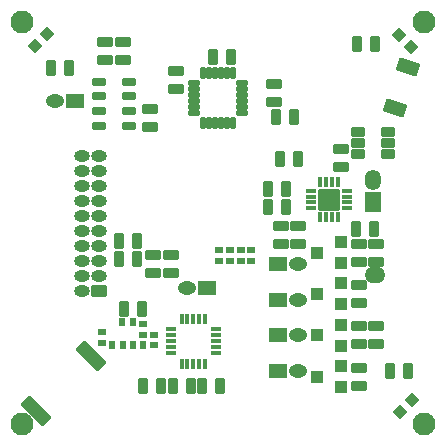
<source format=gts>
%TF.GenerationSoftware,KiCad,Pcbnew,6.0.2-378541a8eb~116~ubuntu20.04.1*%
%TF.CreationDate,2022-03-13T20:33:59-06:00*%
%TF.ProjectId,Crazyflie contol board,4372617a-7966-46c6-9965-20636f6e746f,F*%
%TF.SameCoordinates,Original*%
%TF.FileFunction,Soldermask,Top*%
%TF.FilePolarity,Negative*%
%FSLAX46Y46*%
G04 Gerber Fmt 4.6, Leading zero omitted, Abs format (unit mm)*
G04 Created by KiCad (PCBNEW 6.0.2-378541a8eb~116~ubuntu20.04.1) date 2022-03-13 20:33:59*
%MOMM*%
%LPD*%
G01*
G04 APERTURE LIST*
G04 Aperture macros list*
%AMRoundRect*
0 Rectangle with rounded corners*
0 $1 Rounding radius*
0 $2 $3 $4 $5 $6 $7 $8 $9 X,Y pos of 4 corners*
0 Add a 4 corners polygon primitive as box body*
4,1,4,$2,$3,$4,$5,$6,$7,$8,$9,$2,$3,0*
0 Add four circle primitives for the rounded corners*
1,1,$1+$1,$2,$3*
1,1,$1+$1,$4,$5*
1,1,$1+$1,$6,$7*
1,1,$1+$1,$8,$9*
0 Add four rect primitives between the rounded corners*
20,1,$1+$1,$2,$3,$4,$5,0*
20,1,$1+$1,$4,$5,$6,$7,0*
20,1,$1+$1,$6,$7,$8,$9,0*
20,1,$1+$1,$8,$9,$2,$3,0*%
G04 Aperture macros list end*
%ADD10RoundRect,0.071120X-0.457200X0.457200X-0.457200X-0.457200X0.457200X-0.457200X0.457200X0.457200X0*%
%ADD11RoundRect,0.071120X-0.500380X0.350520X-0.500380X-0.350520X0.500380X-0.350520X0.500380X0.350520X0*%
%ADD12RoundRect,0.071120X0.571500X-0.317500X0.571500X0.317500X-0.571500X0.317500X-0.571500X-0.317500X0*%
%ADD13RoundRect,0.071120X-0.299720X0.199390X-0.299720X-0.199390X0.299720X-0.199390X0.299720X0.199390X0*%
%ADD14RoundRect,0.071120X0.299720X-0.199390X0.299720X0.199390X-0.299720X0.199390X-0.299720X-0.199390X0*%
%ADD15RoundRect,0.071120X-0.199390X-0.299720X0.199390X-0.299720X0.199390X0.299720X-0.199390X0.299720X0*%
%ADD16RoundRect,0.071120X0.317500X0.571500X-0.317500X0.571500X-0.317500X-0.571500X0.317500X-0.571500X0*%
%ADD17RoundRect,0.071120X0.199390X0.299720X-0.199390X0.299720X-0.199390X-0.299720X0.199390X-0.299720X0*%
%ADD18RoundRect,0.071120X-0.317500X-0.571500X0.317500X-0.571500X0.317500X0.571500X-0.317500X0.571500X0*%
%ADD19RoundRect,0.071120X-0.571500X0.317500X-0.571500X-0.317500X0.571500X-0.317500X0.571500X0.317500X0*%
%ADD20O,0.942340X0.391160*%
%ADD21O,0.391160X0.942340*%
%ADD22C,0.523240*%
%ADD23RoundRect,0.071120X0.849630X-0.849630X0.849630X0.849630X-0.849630X0.849630X-0.849630X-0.849630X0*%
%ADD24RoundRect,0.071120X0.000000X0.563960X-0.563960X0.000000X0.000000X-0.563960X0.563960X0.000000X0*%
%ADD25RoundRect,0.071120X0.563960X0.000000X0.000000X0.563960X-0.563960X0.000000X0.000000X-0.563960X0*%
%ADD26RoundRect,0.071120X0.000000X-0.563960X0.563960X0.000000X0.000000X0.563960X-0.563960X0.000000X0*%
%ADD27RoundRect,0.071120X0.599440X-0.400050X0.599440X0.400050X-0.599440X0.400050X-0.599440X-0.400050X0*%
%ADD28O,1.341120X0.942340*%
%ADD29RoundRect,0.071120X0.699770X-0.500380X0.699770X0.500380X-0.699770X0.500380X-0.699770X-0.500380X0*%
%ADD30O,1.541780X1.143000*%
%ADD31C,1.943100*%
%ADD32RoundRect,0.071120X-1.237479X0.529835X0.529835X-1.237479X1.237479X-0.529835X-0.529835X1.237479X0*%
%ADD33RoundRect,0.071120X0.599440X-0.800100X0.599440X0.800100X-0.599440X0.800100X-0.599440X-0.800100X0*%
%ADD34O,1.341120X1.742440*%
%ADD35RoundRect,0.071120X0.962672X0.213340X-0.653420X0.738440X-0.962672X-0.213340X0.653420X-0.738440X0*%
%ADD36RoundRect,0.071120X0.500380X-0.250190X0.500380X0.250190X-0.500380X0.250190X-0.500380X-0.250190X0*%
%ADD37RoundRect,0.071120X0.175260X-0.425450X0.175260X0.425450X-0.175260X0.425450X-0.175260X-0.425450X0*%
%ADD38RoundRect,0.071120X0.425450X0.175260X-0.425450X0.175260X-0.425450X-0.175260X0.425450X-0.175260X0*%
%ADD39O,1.742440X1.341120*%
G04 APERTURE END LIST*
D10*
%TO.C,Q1*%
X147985480Y-103502460D03*
X150017480Y-104391460D03*
X150017480Y-102613460D03*
%TD*%
%TO.C,Q2*%
X147985480Y-107002580D03*
X150017480Y-107891580D03*
X150017480Y-106113580D03*
%TD*%
%TO.C,Q3*%
X147985480Y-110502700D03*
X150017480Y-111391700D03*
X150017480Y-109613700D03*
%TD*%
%TO.C,Q4*%
X147985480Y-114002820D03*
X150017480Y-114891820D03*
X150017480Y-113113820D03*
%TD*%
D11*
%TO.C,U10*%
X151429720Y-93251020D03*
X151429720Y-94203520D03*
X151429720Y-95156020D03*
X153969720Y-95156020D03*
X153969720Y-94203520D03*
X153969720Y-93251020D03*
%TD*%
D12*
%TO.C,C34*%
X152999440Y-111264700D03*
X152999440Y-109740700D03*
%TD*%
D13*
%TO.C,L3*%
X133200140Y-109552740D03*
X133200140Y-110451900D03*
%TD*%
D14*
%TO.C,L2*%
X134200900Y-111353600D03*
X134200900Y-110454440D03*
%TD*%
D15*
%TO.C,L1*%
X132349240Y-111302800D03*
X133248400Y-111302800D03*
%TD*%
%TO.C,C9*%
X130649980Y-111302800D03*
X131549140Y-111302800D03*
%TD*%
D14*
%TO.C,C10*%
X129799080Y-111152940D03*
X129799080Y-110253780D03*
%TD*%
D16*
%TO.C,C11*%
X133162040Y-108303060D03*
X131638040Y-108303060D03*
%TD*%
D17*
%TO.C,C12*%
X132349240Y-109402880D03*
X131450080Y-109402880D03*
%TD*%
D16*
%TO.C,C13*%
X137261600Y-114802920D03*
X135737600Y-114802920D03*
%TD*%
D18*
%TO.C,C15*%
X138236960Y-114802920D03*
X139760960Y-114802920D03*
%TD*%
%TO.C,C16*%
X144538700Y-92003880D03*
X146062700Y-92003880D03*
%TD*%
D12*
%TO.C,C17*%
X135999220Y-89664540D03*
X135999220Y-88140540D03*
%TD*%
%TO.C,C18*%
X144299940Y-90764360D03*
X144299940Y-89240360D03*
%TD*%
D16*
%TO.C,C20*%
X140662660Y-86903560D03*
X139138660Y-86903560D03*
%TD*%
D19*
%TO.C,R14*%
X131500880Y-85641180D03*
X131500880Y-87165180D03*
%TD*%
%TO.C,R13*%
X129999740Y-85641180D03*
X129999740Y-87165180D03*
%TD*%
D16*
%TO.C,R22*%
X155661360Y-113502440D03*
X154137360Y-113502440D03*
%TD*%
%TO.C,R26*%
X152760680Y-101503480D03*
X151236680Y-101503480D03*
%TD*%
D12*
%TO.C,R27*%
X152999440Y-104264460D03*
X152999440Y-102740460D03*
%TD*%
D16*
%TO.C,R9*%
X132760720Y-104002840D03*
X131236720Y-104002840D03*
%TD*%
%TO.C,R8*%
X132760720Y-102504240D03*
X131236720Y-102504240D03*
%TD*%
D18*
%TO.C,R5*%
X125437900Y-87904320D03*
X126961900Y-87904320D03*
%TD*%
D12*
%TO.C,R4*%
X151500840Y-114764820D03*
X151500840Y-113240820D03*
%TD*%
%TO.C,R3*%
X151500840Y-111264700D03*
X151500840Y-109740700D03*
%TD*%
%TO.C,R2*%
X151500840Y-107764580D03*
X151500840Y-106240580D03*
%TD*%
%TO.C,R1*%
X151500840Y-104264460D03*
X151500840Y-102740460D03*
%TD*%
D20*
%TO.C,U2*%
X139400280Y-112003840D03*
X139397740Y-111500920D03*
X139397740Y-111000540D03*
X139397740Y-110502700D03*
X139397740Y-110002320D03*
D21*
X138498580Y-109103160D03*
X137998200Y-109103160D03*
X137497820Y-109103160D03*
X136997440Y-109103160D03*
X136499600Y-109103160D03*
D20*
X135600440Y-110002320D03*
X135600440Y-110502700D03*
X135600440Y-111005620D03*
X135600440Y-111503460D03*
X135600440Y-112006380D03*
D21*
X136499600Y-112903000D03*
X136999980Y-112903000D03*
X137500360Y-112903000D03*
X138000740Y-112903000D03*
X138501120Y-112903000D03*
%TD*%
D20*
%TO.C,U8*%
X150500080Y-99755960D03*
X150500080Y-99253040D03*
X150500080Y-98755200D03*
X150500080Y-98254820D03*
D21*
X149748240Y-97502980D03*
X149247860Y-97502980D03*
X148747480Y-97502980D03*
X148249640Y-97502980D03*
D20*
X147497800Y-98257360D03*
X147497800Y-98755200D03*
X147497800Y-99255580D03*
X147497800Y-99755960D03*
D21*
X148249640Y-100505260D03*
X148747480Y-100505260D03*
X149247860Y-100505260D03*
X149748240Y-100505260D03*
D22*
X149499320Y-99504500D03*
X148498560Y-98503740D03*
D23*
X148998940Y-99004120D03*
D22*
X148498560Y-99504500D03*
X149499320Y-98503740D03*
X148998940Y-99004120D03*
%TD*%
D24*
%TO.C,D7*%
X156028635Y-115972345D03*
X154968965Y-117032015D03*
%TD*%
D25*
%TO.C,D6*%
X155929575Y-86132915D03*
X154869905Y-85073245D03*
%TD*%
D26*
%TO.C,D5*%
X124069865Y-86033855D03*
X125129535Y-84974185D03*
%TD*%
D19*
%TO.C,R31*%
X149999700Y-94742000D03*
X149999700Y-96266000D03*
%TD*%
D12*
%TO.C,R24*%
X144899380Y-102765860D03*
X144899380Y-101241860D03*
%TD*%
D16*
%TO.C,R12*%
X134762240Y-114802920D03*
X133238240Y-114802920D03*
%TD*%
D19*
%TO.C,R11*%
X134099300Y-103741220D03*
X134099300Y-105265220D03*
%TD*%
D27*
%TO.C,P6*%
X129534920Y-106718100D03*
D28*
X128066800Y-106718100D03*
X129534920Y-105448100D03*
X128066800Y-105448100D03*
X129534920Y-104178100D03*
X128066800Y-104178100D03*
X129534920Y-102908100D03*
X128066800Y-102908100D03*
X129534920Y-101638100D03*
X128066800Y-101638100D03*
X129534920Y-100368100D03*
X128066800Y-100368100D03*
X129534920Y-99098100D03*
X128066800Y-99098100D03*
X129534920Y-97828100D03*
X128066800Y-97828100D03*
X129534920Y-96558100D03*
X128066800Y-96558100D03*
X129534920Y-95288100D03*
X128066800Y-95288100D03*
%TD*%
D29*
%TO.C,P5*%
X138635740Y-106502200D03*
D30*
X136964420Y-106502200D03*
%TD*%
D19*
%TO.C,R10*%
X135600440Y-103741220D03*
X135600440Y-105265220D03*
%TD*%
D16*
%TO.C,C33*%
X145361660Y-99603560D03*
X143837660Y-99603560D03*
%TD*%
D31*
%TO.C,PCB_EDGE2*%
X156999940Y-84002880D03*
%TD*%
D18*
%TO.C,R6*%
X151338280Y-85803740D03*
X152862280Y-85803740D03*
%TD*%
D12*
%TO.C,R25*%
X146400520Y-102765860D03*
X146400520Y-101241860D03*
%TD*%
D32*
%TO.C,Y1*%
X128832691Y-112269189D03*
X124166549Y-116935331D03*
%TD*%
D29*
%TO.C,P8*%
X127436880Y-90700860D03*
D30*
X125765560Y-90700860D03*
%TD*%
D33*
%TO.C,BT1*%
X152699720Y-99250500D03*
D34*
X152699720Y-97350580D03*
%TD*%
D18*
%TO.C,R36*%
X143837660Y-98102420D03*
X145361660Y-98102420D03*
%TD*%
%TO.C,R37*%
X144838420Y-95603060D03*
X146362420Y-95603060D03*
%TD*%
D35*
%TO.C,SW1*%
X154543524Y-91214700D03*
X155656516Y-87789260D03*
%TD*%
D19*
%TO.C,C24*%
X133799580Y-91340940D03*
X133799580Y-92864940D03*
%TD*%
D36*
%TO.C,U5*%
X129550160Y-89029540D03*
X129550160Y-90279220D03*
X129550160Y-91528900D03*
X129550160Y-92778580D03*
X132049520Y-92778580D03*
X132049520Y-91528900D03*
X132059680Y-90279220D03*
X132049520Y-89029540D03*
%TD*%
D31*
%TO.C,PCB_EDGE1*%
X122999500Y-84002880D03*
%TD*%
D13*
%TO.C,R39*%
X142400020Y-103299260D03*
X142400020Y-104198420D03*
%TD*%
%TO.C,R40*%
X141500860Y-103299260D03*
X141500860Y-104198420D03*
%TD*%
%TO.C,R41*%
X140599160Y-103299260D03*
X140599160Y-104198420D03*
%TD*%
%TO.C,R42*%
X139700000Y-103299260D03*
X139700000Y-104198420D03*
%TD*%
D31*
%TO.C,PCB_EDGE3*%
X156999940Y-118003320D03*
%TD*%
%TO.C,PCB_EDGE4*%
X122999500Y-118003320D03*
%TD*%
D37*
%TO.C,U3*%
X138351260Y-92549980D03*
X138851640Y-92549980D03*
X139352020Y-92549980D03*
X139849860Y-92549980D03*
X140350240Y-92549980D03*
X140850620Y-92549980D03*
D38*
X141622780Y-91653360D03*
X141622780Y-91152980D03*
X141622780Y-90652600D03*
X141622780Y-90154760D03*
X141622780Y-89654380D03*
X141622780Y-89154000D03*
D37*
X140850620Y-88257380D03*
X140350240Y-88257380D03*
X139849860Y-88257380D03*
X139352020Y-88257380D03*
X138851640Y-88257380D03*
X138351260Y-88257380D03*
D38*
X137576560Y-89154000D03*
X137576560Y-89654380D03*
X137576560Y-90154760D03*
X137576560Y-90652600D03*
X137576560Y-91152980D03*
X137576560Y-91653360D03*
%TD*%
D29*
%TO.C,P4*%
X144663160Y-113502440D03*
D30*
X146334480Y-113502440D03*
%TD*%
D29*
%TO.C,P3*%
X144663160Y-110502700D03*
D30*
X146334480Y-110502700D03*
%TD*%
D29*
%TO.C,P2*%
X144663160Y-107502960D03*
D30*
X146334480Y-107502960D03*
%TD*%
D29*
%TO.C,P1*%
X144663160Y-104503220D03*
D30*
X146334480Y-104503220D03*
%TD*%
D39*
%TO.C,P9*%
X152900380Y-105402380D03*
%TD*%
M02*

</source>
